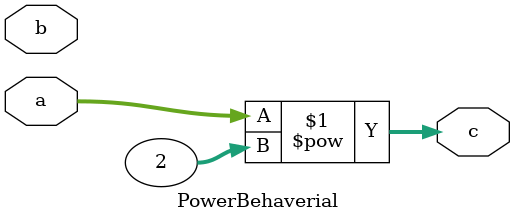
<source format=v>


`timescale 1ns/10ps

module PowerBehaverial (
    a,
    b,
    c
);


input signed [7:0] a;
input signed [7:0] b;
output signed [15:0] c;
wire signed [15:0] c;





assign c = (a ** 2);

endmodule

</source>
